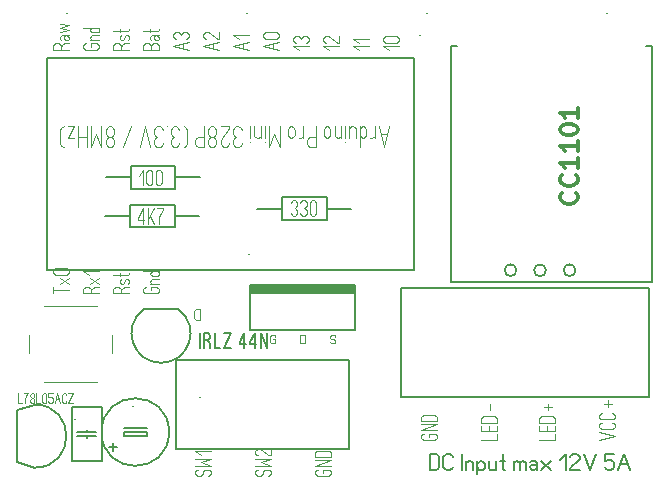
<source format=gbr>
%FSLAX34Y34*%
%MOMM*%
%LNSILK_TOP*%
G71*
G01*
%ADD10C, 0.144*%
%ADD11C, 0.093*%
%ADD12C, 0.062*%
%ADD13C, 0.150*%
%ADD14C, 0.120*%
%ADD15C, 0.200*%
%ADD16C, 0.124*%
%ADD17C, 0.167*%
%ADD18C, 0.100*%
%ADD19C, 0.090*%
%ADD20C, 0.300*%
%LPD*%
G54D10*
X50822Y999164D02*
X50822Y999164D01*
G54D10*
X203222Y999164D02*
X203222Y999164D01*
G54D10*
X355622Y999164D02*
X355622Y999164D01*
G54D10*
X508022Y999164D02*
X508022Y999164D01*
G54D11*
X122252Y764095D02*
X122252Y766762D01*
X126419Y766762D01*
X128086Y766095D01*
X128919Y764762D01*
X128919Y763429D01*
X128086Y762095D01*
X126419Y761429D01*
X118086Y761429D01*
X116419Y762095D01*
X115586Y763429D01*
X115586Y764762D01*
X116419Y766095D01*
X118086Y766762D01*
G54D11*
X128919Y769429D02*
X121419Y769429D01*
G54D11*
X123086Y769429D02*
X121919Y770095D01*
X121419Y771429D01*
X121919Y772762D01*
X123086Y773429D01*
X128919Y773429D01*
G54D11*
X128919Y780096D02*
X115586Y780096D01*
G54D11*
X123586Y780096D02*
X121919Y779429D01*
X121419Y778096D01*
X121919Y776762D01*
X123586Y776096D01*
X126919Y776096D01*
X128586Y776762D01*
X128919Y778096D01*
X128586Y779429D01*
X126919Y780096D01*
G54D11*
X96852Y764095D02*
X98519Y766095D01*
X100186Y766762D01*
X103519Y766762D01*
G54D11*
X103519Y761429D02*
X90186Y761429D01*
X90186Y764762D01*
X91019Y766095D01*
X92686Y766762D01*
X94352Y766762D01*
X96019Y766095D01*
X96852Y764762D01*
X96852Y761429D01*
G54D11*
X102686Y769429D02*
X103519Y770762D01*
X103519Y772095D01*
X102686Y773429D01*
X101019Y773429D01*
X100186Y772762D01*
X99352Y770095D01*
X98519Y769429D01*
X96852Y769429D01*
X96019Y770762D01*
X96019Y772095D01*
X96852Y773429D01*
G54D11*
X90186Y777429D02*
X102686Y777429D01*
X103519Y778096D01*
X103186Y778762D01*
G54D11*
X96019Y776096D02*
X96019Y778762D01*
G54D11*
X71452Y764095D02*
X73119Y766095D01*
X74786Y766762D01*
X78119Y766762D01*
G54D11*
X78119Y761429D02*
X64786Y761429D01*
X64786Y764762D01*
X65619Y766095D01*
X67286Y766762D01*
X68952Y766762D01*
X70619Y766095D01*
X71452Y764762D01*
X71452Y761429D01*
G54D11*
X70619Y769429D02*
X78119Y774762D01*
G54D11*
X78119Y769429D02*
X70619Y774762D01*
G54D11*
X69786Y777429D02*
X64786Y780762D01*
X78119Y780762D01*
G54D11*
X52719Y764095D02*
X39386Y764095D01*
G54D11*
X39386Y761429D02*
X39386Y766762D01*
G54D11*
X45219Y769429D02*
X52719Y774762D01*
G54D11*
X52719Y769429D02*
X45219Y774762D01*
G54D11*
X41886Y782762D02*
X50219Y782762D01*
X51886Y782095D01*
X52719Y780762D01*
X52719Y779429D01*
X51886Y778095D01*
X50219Y777429D01*
X41886Y777429D01*
X40219Y778095D01*
X39386Y779429D01*
X39386Y780762D01*
X40219Y782095D01*
X41886Y782762D01*
G54D11*
X323786Y967804D02*
X318786Y971137D01*
X332119Y971137D01*
G54D11*
X321286Y979137D02*
X329619Y979137D01*
X331286Y978470D01*
X332119Y977137D01*
X332119Y975804D01*
X331286Y974470D01*
X329619Y973804D01*
X321286Y973804D01*
X319619Y974470D01*
X318786Y975804D01*
X318786Y977137D01*
X319619Y978470D01*
X321286Y979137D01*
G54D11*
X298386Y967804D02*
X293386Y971137D01*
X306719Y971137D01*
G54D11*
X298386Y973804D02*
X293386Y977137D01*
X306719Y977137D01*
G54D11*
X272986Y967804D02*
X267986Y971137D01*
X281319Y971137D01*
G54D11*
X281319Y979137D02*
X281319Y973804D01*
X280486Y973804D01*
X278819Y974470D01*
X273819Y978470D01*
X272152Y979137D01*
X270486Y979137D01*
X268819Y978470D01*
X267986Y977137D01*
X267986Y975804D01*
X268819Y974470D01*
X270486Y973804D01*
G54D11*
X247586Y967804D02*
X242586Y971137D01*
X255919Y971137D01*
G54D11*
X245086Y973804D02*
X243419Y974470D01*
X242586Y975804D01*
X242586Y977137D01*
X243419Y978470D01*
X245086Y979137D01*
X246752Y979137D01*
X248419Y978470D01*
X249252Y977137D01*
X250086Y978470D01*
X251752Y979137D01*
X253419Y979137D01*
X255086Y978470D01*
X255919Y977137D01*
X255919Y975804D01*
X255086Y974470D01*
X253419Y973804D01*
G54D11*
X230519Y967804D02*
X217186Y971137D01*
X230519Y974470D01*
G54D11*
X225519Y969137D02*
X225519Y973137D01*
G54D11*
X219686Y982471D02*
X228019Y982471D01*
X229686Y981804D01*
X230519Y980471D01*
X230519Y979138D01*
X229686Y977804D01*
X228019Y977138D01*
X219686Y977138D01*
X218019Y977804D01*
X217186Y979138D01*
X217186Y980471D01*
X218019Y981804D01*
X219686Y982471D01*
G54D11*
X205119Y967804D02*
X191786Y971137D01*
X205119Y974470D01*
G54D11*
X200119Y969137D02*
X200119Y973137D01*
G54D11*
X196786Y977138D02*
X191786Y980471D01*
X205119Y980471D01*
G54D11*
X179719Y967804D02*
X166386Y971137D01*
X179719Y974470D01*
G54D11*
X174719Y969137D02*
X174719Y973137D01*
G54D11*
X179719Y982471D02*
X179719Y977138D01*
X178886Y977138D01*
X177219Y977804D01*
X172219Y981804D01*
X170552Y982471D01*
X168886Y982471D01*
X167219Y981804D01*
X166386Y980471D01*
X166386Y979138D01*
X167219Y977804D01*
X168886Y977138D01*
G54D11*
X154319Y967804D02*
X140986Y971137D01*
X154319Y974470D01*
G54D11*
X149319Y969137D02*
X149319Y973137D01*
G54D11*
X143486Y977138D02*
X141819Y977804D01*
X140986Y979138D01*
X140986Y980471D01*
X141819Y981804D01*
X143486Y982471D01*
X145152Y982471D01*
X146819Y981804D01*
X147652Y980471D01*
X148486Y981804D01*
X150152Y982471D01*
X151819Y982471D01*
X153486Y981804D01*
X154319Y980471D01*
X154319Y979138D01*
X153486Y977804D01*
X151819Y977138D01*
G54D11*
X128919Y967804D02*
X115586Y967804D01*
X115586Y971137D01*
X116419Y972470D01*
X118086Y973137D01*
X119752Y973137D01*
X121419Y972470D01*
X122252Y971137D01*
X123086Y972470D01*
X124752Y973137D01*
X126419Y973137D01*
X128086Y972470D01*
X128919Y971137D01*
X128919Y967804D01*
G54D11*
X122252Y967804D02*
X122252Y971137D01*
G54D11*
X122252Y975804D02*
X121419Y977137D01*
X121419Y978737D01*
X123086Y979804D01*
X128919Y979804D01*
G54D11*
X126419Y979804D02*
X124752Y979137D01*
X124419Y977804D01*
X124752Y976470D01*
X126419Y975804D01*
X128086Y976070D01*
X128919Y977137D01*
X128919Y977804D01*
X128919Y978070D01*
X128086Y979137D01*
X126419Y979804D01*
G54D11*
X115586Y983804D02*
X128086Y983804D01*
X128919Y984471D01*
X128586Y985137D01*
G54D11*
X121419Y982471D02*
X121419Y985137D01*
G54D11*
X96852Y970470D02*
X98519Y972470D01*
X100186Y973137D01*
X103519Y973137D01*
G54D11*
X103519Y967804D02*
X90186Y967804D01*
X90186Y971137D01*
X91019Y972470D01*
X92686Y973137D01*
X94352Y973137D01*
X96019Y972470D01*
X96852Y971137D01*
X96852Y967804D01*
G54D11*
X102686Y975804D02*
X103519Y977137D01*
X103519Y978470D01*
X102686Y979804D01*
X101019Y979804D01*
X100186Y979137D01*
X99352Y976470D01*
X98519Y975804D01*
X96852Y975804D01*
X96019Y977137D01*
X96019Y978470D01*
X96852Y979804D01*
G54D11*
X90186Y983804D02*
X102686Y983804D01*
X103519Y984471D01*
X103186Y985137D01*
G54D11*
X96019Y982471D02*
X96019Y985137D01*
G54D11*
X71452Y970470D02*
X71452Y973137D01*
X75619Y973137D01*
X77286Y972470D01*
X78119Y971137D01*
X78119Y969804D01*
X77286Y968470D01*
X75619Y967804D01*
X67286Y967804D01*
X65619Y968470D01*
X64786Y969804D01*
X64786Y971137D01*
X65619Y972470D01*
X67286Y973137D01*
G54D11*
X78119Y975804D02*
X70619Y975804D01*
G54D11*
X72286Y975804D02*
X71119Y976470D01*
X70619Y977804D01*
X71119Y979137D01*
X72286Y979804D01*
X78119Y979804D01*
G54D11*
X78119Y986471D02*
X64786Y986471D01*
G54D11*
X72786Y986471D02*
X71119Y985804D01*
X70619Y984471D01*
X71119Y983137D01*
X72786Y982471D01*
X76119Y982471D01*
X77786Y983137D01*
X78119Y984471D01*
X77786Y985804D01*
X76119Y986471D01*
G54D11*
X46052Y970470D02*
X47719Y972470D01*
X49386Y973137D01*
X52719Y973137D01*
G54D11*
X52719Y967804D02*
X39386Y967804D01*
X39386Y971137D01*
X40219Y972470D01*
X41886Y973137D01*
X43552Y973137D01*
X45219Y972470D01*
X46052Y971137D01*
X46052Y967804D01*
G54D11*
X46052Y975804D02*
X45219Y977137D01*
X45219Y978737D01*
X46886Y979804D01*
X52719Y979804D01*
G54D11*
X50219Y979804D02*
X48552Y979137D01*
X48219Y977804D01*
X48552Y976470D01*
X50219Y975804D01*
X51886Y976070D01*
X52719Y977137D01*
X52719Y977804D01*
X52719Y978070D01*
X51886Y979137D01*
X50219Y979804D01*
G54D11*
X45219Y982471D02*
X52719Y984471D01*
X45219Y986471D01*
X52719Y988471D01*
X45219Y989804D01*
G54D12*
X163780Y747840D02*
X163780Y738951D01*
X160446Y738951D01*
X159113Y739506D01*
X158447Y740617D01*
X158447Y746173D01*
X159113Y747284D01*
X160446Y747840D01*
X163780Y747840D01*
G54D13*
X232812Y823706D02*
X232812Y842706D01*
X270812Y842706D01*
X270812Y823706D01*
X232812Y823706D01*
G54D13*
X232712Y833205D02*
X212112Y833206D01*
G54D13*
X291512Y833206D02*
X270912Y833206D01*
G54D13*
G75*
G01X115874Y747925D02*
G03X145263Y747925I14694J-20225D01*
G01*
G54D13*
X144868Y747900D02*
X116268Y747900D01*
G54D14*
X31432Y686119D02*
X76432Y686119D01*
G54D14*
X18932Y726119D02*
X18932Y711119D01*
G54D14*
X76432Y751119D02*
X31432Y751119D01*
G54D14*
X88932Y711119D02*
X88932Y726119D01*
G54D15*
X344566Y781370D02*
X344566Y961154D01*
X33813Y961154D01*
X33813Y781370D01*
X344566Y781370D01*
G54D16*
X323818Y902821D02*
X319373Y885044D01*
X314929Y902821D01*
G54D16*
X322040Y896155D02*
X316707Y896155D01*
G54D16*
X311373Y902821D02*
X311373Y892821D01*
G54D16*
X311373Y895044D02*
X309595Y892821D01*
X307817Y892821D01*
G54D16*
X298927Y902821D02*
X298927Y885044D01*
G54D16*
X298927Y895710D02*
X299816Y893488D01*
X301594Y892821D01*
X303372Y893488D01*
X304261Y895710D01*
X304261Y900155D01*
X303372Y902377D01*
X301594Y902821D01*
X299816Y902377D01*
X298927Y900155D01*
G54D16*
X290038Y892821D02*
X290038Y902821D01*
G54D16*
X290038Y900599D02*
X290927Y902377D01*
X292705Y902821D01*
X294483Y902377D01*
X295372Y900599D01*
X295372Y892821D01*
G54D16*
X286483Y902821D02*
X286483Y892821D01*
G54D16*
X286483Y889488D02*
X286483Y889488D01*
G54D16*
X282927Y902821D02*
X282927Y892821D01*
G54D16*
X282927Y895044D02*
X282038Y893488D01*
X280260Y892821D01*
X278482Y893488D01*
X277593Y895044D01*
X277593Y902821D01*
G54D16*
X268704Y900155D02*
X268704Y895710D01*
X269593Y893488D01*
X271371Y892821D01*
X273149Y893488D01*
X274038Y895710D01*
X274038Y900155D01*
X273149Y902377D01*
X271371Y902821D01*
X269593Y902377D01*
X268704Y900155D01*
G54D16*
X261415Y902821D02*
X261415Y885044D01*
X256970Y885044D01*
X255193Y886155D01*
X254304Y888377D01*
X254304Y890599D01*
X255193Y892821D01*
X256970Y893932D01*
X261415Y893932D01*
G54D16*
X250748Y902821D02*
X250748Y892821D01*
G54D16*
X250748Y895044D02*
X248970Y892821D01*
X247192Y892821D01*
G54D16*
X238302Y900155D02*
X238302Y895710D01*
X239191Y893488D01*
X240969Y892821D01*
X242747Y893488D01*
X243636Y895710D01*
X243636Y900155D01*
X242747Y902377D01*
X240969Y902821D01*
X239191Y902377D01*
X238302Y900155D01*
G54D16*
X231013Y902821D02*
X231013Y885044D01*
X226568Y896155D01*
X222124Y885044D01*
X222124Y902821D01*
G54D16*
X218568Y902821D02*
X218568Y892821D01*
G54D16*
X218568Y889488D02*
X218568Y889488D01*
G54D16*
X215012Y902821D02*
X215012Y892821D01*
G54D16*
X215012Y895044D02*
X214123Y893488D01*
X212345Y892821D01*
X210567Y893488D01*
X209678Y895044D01*
X209678Y902821D01*
G54D16*
X206123Y902821D02*
X206123Y892821D01*
G54D16*
X206123Y889488D02*
X206123Y889488D01*
G54D16*
X198833Y888377D02*
X197944Y886155D01*
X196166Y885044D01*
X194388Y885044D01*
X192611Y886155D01*
X191722Y888377D01*
X191722Y890599D01*
X192611Y892821D01*
X194388Y893932D01*
X192611Y895044D01*
X191722Y897266D01*
X191722Y899488D01*
X192611Y901710D01*
X194388Y902821D01*
X196166Y902821D01*
X197944Y901710D01*
X198833Y899488D01*
G54D16*
X181055Y902821D02*
X188166Y902821D01*
X188166Y901710D01*
X187277Y899488D01*
X181944Y892821D01*
X181055Y890599D01*
X181055Y888377D01*
X181944Y886155D01*
X183721Y885044D01*
X185499Y885044D01*
X187277Y886155D01*
X188166Y888377D01*
G54D16*
X173054Y893932D02*
X174832Y893933D01*
X176610Y892821D01*
X177499Y890599D01*
X177499Y888377D01*
X176610Y886155D01*
X174832Y885044D01*
X173054Y885044D01*
X171277Y886155D01*
X170388Y888377D01*
X170388Y890599D01*
X171276Y892821D01*
X173054Y893932D01*
X171276Y895044D01*
X170388Y897266D01*
X170388Y899488D01*
X171276Y901710D01*
X173054Y902821D01*
X174832Y902821D01*
X176610Y901710D01*
X177499Y899488D01*
X177499Y897266D01*
X176610Y895044D01*
X174832Y893933D01*
G54D16*
X166832Y902821D02*
X166832Y885044D01*
X162387Y885044D01*
X160610Y886155D01*
X159721Y888377D01*
X159721Y890599D01*
X160610Y892821D01*
X162387Y893932D01*
X166832Y893932D01*
G54D16*
X149764Y885044D02*
X151542Y886155D01*
X152431Y888377D01*
X152431Y899488D01*
X151542Y901710D01*
X149764Y902821D01*
G54D16*
X146208Y888377D02*
X145319Y886155D01*
X143541Y885044D01*
X141763Y885044D01*
X139986Y886155D01*
X139097Y888377D01*
X139097Y890599D01*
X139986Y892821D01*
X141763Y893932D01*
X139986Y895044D01*
X139097Y897266D01*
X139097Y899488D01*
X139986Y901710D01*
X141763Y902821D01*
X143541Y902821D01*
X145319Y901710D01*
X146208Y899488D01*
G54D16*
X135541Y902821D02*
X135541Y902821D01*
G54D16*
X131985Y888377D02*
X131096Y886155D01*
X129318Y885044D01*
X127540Y885044D01*
X125762Y886155D01*
X124874Y888377D01*
X124874Y890599D01*
X125763Y892821D01*
X127540Y893932D01*
X125762Y895044D01*
X124874Y897266D01*
X124874Y899488D01*
X125763Y901710D01*
X127540Y902821D01*
X129318Y902821D01*
X131096Y901710D01*
X131985Y899488D01*
G54D16*
X121318Y885044D02*
X116873Y902821D01*
X112429Y885044D01*
G54D16*
X105139Y902821D02*
X98028Y885044D01*
G54D16*
X86293Y893932D02*
X88071Y893932D01*
X89849Y892821D01*
X90738Y890599D01*
X90738Y888377D01*
X89849Y886155D01*
X88071Y885044D01*
X86293Y885044D01*
X84516Y886155D01*
X83627Y888377D01*
X83627Y890599D01*
X84516Y892821D01*
X86293Y893932D01*
X84516Y895044D01*
X83627Y897266D01*
X83627Y899488D01*
X84516Y901710D01*
X86293Y902821D01*
X88071Y902821D01*
X89849Y901710D01*
X90738Y899488D01*
X90738Y897266D01*
X89849Y895044D01*
X88071Y893932D01*
G54D16*
X80071Y902821D02*
X80071Y885044D01*
X75626Y896155D01*
X71182Y885044D01*
X71182Y902821D01*
G54D16*
X67626Y902821D02*
X67626Y885044D01*
G54D16*
X60515Y902821D02*
X60515Y885044D01*
G54D16*
X67626Y893933D02*
X60515Y893932D01*
G54D16*
X56959Y892821D02*
X51626Y892821D01*
X56959Y902821D01*
X51626Y902821D01*
G54D16*
X48070Y885044D02*
X46292Y886155D01*
X45403Y888377D01*
X45403Y899488D01*
X46292Y901710D01*
X48070Y902821D01*
G54D15*
X334169Y673894D02*
X334169Y765969D01*
X543719Y765969D01*
X543719Y673894D01*
X334169Y673894D01*
G54D11*
X401798Y637382D02*
X415132Y637382D01*
X415132Y642048D01*
G54D11*
X415132Y649382D02*
X415132Y644716D01*
X401798Y644716D01*
X401798Y649382D01*
G54D11*
X408465Y644716D02*
X408465Y649382D01*
G54D11*
X415132Y652050D02*
X401798Y652050D01*
X401798Y655383D01*
X402632Y656716D01*
X404298Y657383D01*
X412632Y657383D01*
X414298Y656716D01*
X415132Y655383D01*
X415132Y652050D01*
G54D11*
X409298Y662850D02*
X409298Y668183D01*
G54D11*
X357665Y640048D02*
X357665Y642715D01*
X361832Y642715D01*
X363498Y642048D01*
X364332Y640715D01*
X364332Y639382D01*
X363498Y638048D01*
X361832Y637382D01*
X353498Y637382D01*
X351832Y638048D01*
X350998Y639382D01*
X350998Y640715D01*
X351832Y642048D01*
X353498Y642715D01*
G54D11*
X364332Y645382D02*
X350998Y645382D01*
X364332Y650715D01*
X350998Y650715D01*
G54D11*
X364332Y653382D02*
X350998Y653382D01*
X350998Y656715D01*
X351832Y658048D01*
X353498Y658715D01*
X361832Y658715D01*
X363498Y658048D01*
X364332Y656715D01*
X364332Y653382D01*
G54D11*
X451011Y637382D02*
X464344Y637382D01*
X464344Y642048D01*
G54D11*
X464344Y649382D02*
X464344Y644716D01*
X451011Y644716D01*
X451011Y649382D01*
G54D11*
X457678Y644716D02*
X457678Y649382D01*
G54D11*
X464344Y652050D02*
X451011Y652050D01*
X451011Y655383D01*
X451844Y656716D01*
X453511Y657383D01*
X461844Y657383D01*
X463511Y656716D01*
X464344Y655383D01*
X464344Y652050D01*
G54D11*
X458511Y662850D02*
X458511Y668183D01*
G54D11*
X455178Y665516D02*
X461844Y665516D01*
G54D11*
X501811Y637382D02*
X515144Y640715D01*
X501811Y644049D01*
G54D11*
X512644Y652049D02*
X514311Y651383D01*
X515144Y650049D01*
X515144Y648716D01*
X514311Y647383D01*
X512644Y646716D01*
X504311Y646716D01*
X502644Y647383D01*
X501811Y648716D01*
X501811Y650049D01*
X502644Y651383D01*
X504311Y652049D01*
G54D11*
X512644Y660049D02*
X514311Y659383D01*
X515144Y658049D01*
X515144Y656716D01*
X514311Y655383D01*
X512644Y654716D01*
X504311Y654716D01*
X502644Y655383D01*
X501811Y656716D01*
X501811Y658049D01*
X502644Y659383D01*
X504311Y660049D01*
G54D11*
X509311Y665516D02*
X509311Y670849D01*
G54D11*
X505978Y668183D02*
X512644Y668183D01*
G54D17*
X357982Y611982D02*
X357982Y625315D01*
X362982Y625315D01*
X364982Y624482D01*
X365982Y622815D01*
X365982Y614482D01*
X364982Y612815D01*
X362982Y611982D01*
X357982Y611982D01*
G54D17*
X377649Y614482D02*
X376649Y612815D01*
X374649Y611982D01*
X372649Y611982D01*
X370649Y612815D01*
X369649Y614482D01*
X369649Y622815D01*
X370649Y624482D01*
X372649Y625315D01*
X374649Y625315D01*
X376649Y624482D01*
X377649Y622815D01*
G54D17*
X385183Y611982D02*
X385183Y625315D01*
G54D17*
X388850Y611982D02*
X388850Y619482D01*
G54D17*
X388850Y617815D02*
X389850Y618982D01*
X391850Y619482D01*
X393850Y618982D01*
X394850Y617815D01*
X394850Y611982D01*
G54D17*
X398517Y619482D02*
X398517Y608648D01*
G54D17*
X398517Y614482D02*
X399517Y612315D01*
X401517Y611982D01*
X403517Y612315D01*
X404517Y613982D01*
X404517Y617315D01*
X403517Y618982D01*
X401517Y619482D01*
X399517Y618982D01*
X398517Y616982D01*
G54D17*
X414184Y619482D02*
X414184Y611982D01*
G54D17*
X414184Y613648D02*
X413184Y612315D01*
X411184Y611982D01*
X409184Y612315D01*
X408184Y613648D01*
X408184Y619482D01*
G54D17*
X419851Y625315D02*
X419851Y612815D01*
X420851Y611982D01*
X421851Y612315D01*
G54D17*
X417851Y619482D02*
X421851Y619482D01*
G54D17*
X429385Y611982D02*
X429385Y619482D01*
G54D17*
X429385Y618148D02*
X431385Y619482D01*
X433385Y618982D01*
X434385Y617815D01*
X434385Y611982D01*
G54D17*
X434385Y618148D02*
X436385Y619482D01*
X438385Y618982D01*
X439385Y617815D01*
X439385Y611982D01*
G54D17*
X443052Y618648D02*
X445052Y619482D01*
X447452Y619482D01*
X449052Y617815D01*
X449052Y611982D01*
G54D17*
X449052Y614482D02*
X448052Y616148D01*
X446052Y616482D01*
X444052Y616148D01*
X443052Y614482D01*
X443452Y612815D01*
X445052Y611982D01*
X446052Y611982D01*
X446452Y611982D01*
X448052Y612815D01*
X449052Y614482D01*
G54D17*
X452719Y619482D02*
X460719Y611982D01*
G54D17*
X452719Y611982D02*
X460719Y619482D01*
G54D17*
X468253Y620315D02*
X473253Y625315D01*
X473253Y611982D01*
G54D17*
X484920Y611982D02*
X476920Y611982D01*
X476920Y612815D01*
X477920Y614482D01*
X483920Y619482D01*
X484920Y621148D01*
X484920Y622815D01*
X483920Y624482D01*
X481920Y625315D01*
X479920Y625315D01*
X477920Y624482D01*
X476920Y622815D01*
G54D17*
X488587Y625315D02*
X493587Y611982D01*
X498587Y625315D01*
G54D17*
X514121Y625315D02*
X506121Y625315D01*
X506121Y619482D01*
X507121Y619482D01*
X509121Y620315D01*
X511121Y620315D01*
X513121Y619482D01*
X514121Y617815D01*
X514121Y614482D01*
X513121Y612815D01*
X511121Y611982D01*
X509121Y611982D01*
X507121Y612815D01*
X506121Y614482D01*
G54D17*
X517788Y611982D02*
X522788Y625315D01*
X527788Y611982D01*
G54D17*
X519788Y616982D02*
X525788Y616982D01*
G36*
X205531Y762025D02*
X294331Y762025D01*
X294331Y768425D01*
X205531Y768425D01*
X205531Y762025D01*
G37*
G54D18*
X205531Y762025D02*
X294331Y762025D01*
X294331Y768425D01*
X205531Y768425D01*
X205531Y762025D01*
G54D13*
X205531Y768425D02*
X205531Y730425D01*
X294531Y730425D01*
X294531Y768425D01*
X205531Y768425D01*
G54D19*
X225131Y722725D02*
X227331Y722725D01*
X227331Y720425D01*
X226731Y719525D01*
X225731Y719125D01*
X224631Y719125D01*
X223531Y719525D01*
X223031Y720425D01*
X223031Y724925D01*
X223531Y725825D01*
X224631Y726225D01*
X225731Y726225D01*
X226731Y725825D01*
X227331Y724925D01*
G54D19*
X248431Y719125D02*
X248431Y726225D01*
X251131Y726225D01*
X252131Y725825D01*
X252731Y724925D01*
X252731Y720425D01*
X252131Y719525D01*
X251131Y719125D01*
X248431Y719125D01*
G54D19*
X273831Y720425D02*
X274331Y719525D01*
X275431Y719125D01*
X276531Y719125D01*
X277531Y719525D01*
X278131Y720425D01*
X278131Y721325D01*
X277531Y722225D01*
X276531Y722725D01*
X275431Y722725D01*
X274331Y723125D01*
X273831Y724025D01*
X273831Y724925D01*
X274331Y725825D01*
X275431Y726225D01*
X276531Y726225D01*
X277531Y725825D01*
X278131Y724925D01*
G54D10*
X204781Y795175D02*
X204781Y795175D01*
G54D17*
X163252Y714931D02*
X163252Y728265D01*
G54D17*
X169586Y721598D02*
X171586Y719931D01*
X172253Y718265D01*
X172253Y714931D01*
G54D17*
X166920Y714931D02*
X166920Y728265D01*
X170253Y728265D01*
X171586Y727431D01*
X172253Y725765D01*
X172253Y724098D01*
X171586Y722431D01*
X170253Y721598D01*
X166920Y721598D01*
G54D17*
X175920Y728265D02*
X175920Y714931D01*
X180586Y714931D01*
G54D17*
X184254Y728265D02*
X189587Y728265D01*
X184254Y714931D01*
X189587Y714931D01*
G54D17*
X201054Y714931D02*
X201054Y728265D01*
X197054Y719931D01*
X197054Y718265D01*
X202387Y718265D01*
G54D17*
X210054Y714931D02*
X210054Y728265D01*
X206054Y719931D01*
X206054Y718265D01*
X211387Y718265D01*
G54D17*
X215054Y714931D02*
X215054Y728265D01*
X220387Y714931D01*
X220387Y728265D01*
G54D13*
X104032Y817588D02*
X104032Y836588D01*
X142032Y836588D01*
X142032Y817588D01*
X104032Y817588D01*
G54D13*
X103932Y827088D02*
X83332Y827088D01*
G54D13*
X162732Y827088D02*
X142132Y827088D01*
G54D11*
X115222Y820317D02*
X115222Y833650D01*
X111222Y825317D01*
X111222Y823650D01*
X116555Y823650D01*
G54D11*
X119222Y820317D02*
X119222Y833650D01*
G54D11*
X119222Y824484D02*
X124555Y833650D01*
G54D11*
X121222Y826984D02*
X124555Y820317D01*
G54D11*
X127222Y833650D02*
X132555Y833650D01*
X131888Y831984D01*
X130555Y829484D01*
X129222Y826150D01*
X128555Y823650D01*
X128555Y820317D01*
G54D13*
X104825Y850132D02*
X104825Y869132D01*
X142825Y869132D01*
X142825Y850132D01*
X104825Y850132D01*
G54D13*
X104725Y859632D02*
X84125Y859632D01*
G54D13*
X163525Y859632D02*
X142925Y859632D01*
G54D11*
X112016Y861194D02*
X115349Y866194D01*
X115349Y852861D01*
G54D11*
X123349Y863694D02*
X123349Y855361D01*
X122682Y853694D01*
X121349Y852861D01*
X120016Y852861D01*
X118682Y853694D01*
X118016Y855361D01*
X118016Y863694D01*
X118682Y865361D01*
X120016Y866194D01*
X121349Y866194D01*
X122682Y865361D01*
X123349Y863694D01*
G54D11*
X131349Y863694D02*
X131349Y855361D01*
X130682Y853694D01*
X129349Y852861D01*
X128016Y852861D01*
X126682Y853694D01*
X126016Y855361D01*
X126016Y863694D01*
X126682Y865361D01*
X128016Y866194D01*
X129349Y866194D01*
X130682Y865361D01*
X131349Y863694D01*
G54D13*
X541492Y971033D02*
X546492Y971033D01*
X546492Y771033D01*
X376492Y771033D01*
X376492Y971033D01*
X381492Y971033D01*
G54D20*
X481999Y846655D02*
X482713Y845940D01*
X483427Y843798D01*
X483427Y842369D01*
X482713Y840226D01*
X481284Y838798D01*
X479856Y838083D01*
X476999Y837369D01*
X474856Y837369D01*
X471999Y838083D01*
X470570Y838798D01*
X469142Y840226D01*
X468427Y842369D01*
X468427Y843798D01*
X469142Y845940D01*
X469856Y846655D01*
G54D20*
X481999Y861655D02*
X482713Y860940D01*
X483427Y858798D01*
X483427Y857369D01*
X482713Y855226D01*
X481284Y853798D01*
X479856Y853083D01*
X476999Y852369D01*
X474856Y852369D01*
X471999Y853083D01*
X470570Y853798D01*
X469142Y855226D01*
X468427Y857369D01*
X468427Y858798D01*
X469142Y860940D01*
X469856Y861655D01*
G54D20*
X483427Y875940D02*
X483427Y867369D01*
G54D20*
X483427Y871655D02*
X468428Y871655D01*
X470570Y870226D01*
X471999Y868798D01*
X472713Y867369D01*
G54D20*
X483427Y890226D02*
X483427Y881655D01*
G54D20*
X483428Y885941D02*
X468427Y885941D01*
X470570Y884512D01*
X471999Y883083D01*
X472713Y881655D01*
G54D20*
X469142Y898083D02*
X468428Y899512D01*
X468427Y900941D01*
X469142Y902369D01*
X469856Y903083D01*
X471285Y903798D01*
X474142Y904512D01*
X477713Y904512D01*
X480570Y903797D01*
X481999Y903083D01*
X482713Y902369D01*
X483427Y900941D01*
X483427Y899512D01*
X482713Y898083D01*
X481999Y897369D01*
X480570Y896655D01*
X477713Y895941D01*
X474142Y895941D01*
X471284Y896655D01*
X469856Y897369D01*
X469142Y898083D01*
G54D20*
X483427Y918798D02*
X483427Y910226D01*
G54D20*
X483427Y914512D02*
X468427Y914512D01*
X470570Y913083D01*
X471999Y911655D01*
X472713Y910226D01*
G54D13*
X541492Y971033D02*
X546492Y971033D01*
X546492Y771033D01*
X376492Y771033D01*
X376492Y971033D01*
X381492Y971033D01*
G54D13*
G75*
G01X431492Y781033D02*
G03X431492Y781033I-5000J0D01*
G01*
G54D13*
G75*
G01X481492Y781033D02*
G03X481492Y781033I-5000J0D01*
G01*
G54D13*
G75*
G01X456492Y781033D02*
G03X456492Y781033I-5000J0D01*
G01*
G54D10*
X349741Y980034D02*
X349741Y980034D01*
G54D11*
X240506Y837921D02*
X241173Y839588D01*
X242506Y840421D01*
X243840Y840421D01*
X245173Y839588D01*
X245840Y837921D01*
X245840Y836254D01*
X245173Y834588D01*
X243840Y833754D01*
X245173Y832921D01*
X245840Y831254D01*
X245840Y829588D01*
X245173Y827921D01*
X243840Y827088D01*
X242506Y827088D01*
X241173Y827921D01*
X240506Y829588D01*
G54D11*
X248506Y837921D02*
X249173Y839588D01*
X250506Y840421D01*
X251840Y840421D01*
X253173Y839588D01*
X253840Y837921D01*
X253840Y836254D01*
X253173Y834588D01*
X251840Y833754D01*
X253173Y832921D01*
X253840Y831254D01*
X253840Y829588D01*
X253173Y827921D01*
X251840Y827088D01*
X250506Y827088D01*
X249173Y827921D01*
X248506Y829588D01*
G54D11*
X261840Y837921D02*
X261840Y829588D01*
X261173Y827921D01*
X259840Y827088D01*
X258506Y827088D01*
X257173Y827921D01*
X256506Y829588D01*
X256506Y837921D01*
X257173Y839588D01*
X258506Y840421D01*
X259840Y840421D01*
X261173Y839588D01*
X261840Y837921D01*
G54D13*
X118315Y644054D02*
X118315Y640854D01*
X99315Y640854D01*
X99315Y644054D01*
X118315Y644054D01*
G54D13*
G75*
G01X137414Y644054D02*
G03X137414Y644054I-28599J0D01*
G01*
G54D13*
X92915Y631354D02*
X86615Y631354D01*
G54D13*
X89715Y634554D02*
X89715Y628154D01*
G54D13*
X118315Y647254D02*
X99315Y647254D01*
G54D10*
X164004Y673404D02*
X164004Y673404D01*
G54D13*
X80425Y665434D02*
X55025Y665434D01*
X55025Y619234D01*
X80425Y619234D01*
X80425Y665434D01*
G54D13*
X75725Y643934D02*
X59725Y643934D01*
G54D13*
X75725Y640734D02*
X59725Y640734D01*
G54D13*
X67725Y643934D02*
X67725Y645534D01*
G54D13*
X67725Y640734D02*
X67725Y639134D01*
G54D10*
X107175Y666183D02*
X107175Y666183D01*
G54D12*
X9525Y677226D02*
X9525Y668338D01*
X12636Y668338D01*
G54D12*
X14414Y677226D02*
X17970Y677226D01*
X17525Y676115D01*
X16636Y674449D01*
X15747Y672226D01*
X15303Y670560D01*
X15303Y668338D01*
G54D12*
X21970Y672782D02*
X21081Y672782D01*
X20192Y673338D01*
X19748Y674449D01*
X19748Y675560D01*
X20192Y676671D01*
X21081Y677226D01*
X21970Y677226D01*
X22859Y676671D01*
X23304Y675560D01*
X23304Y674449D01*
X22859Y673338D01*
X21970Y672782D01*
X22859Y672226D01*
X23304Y671115D01*
X23304Y670004D01*
X22859Y668893D01*
X21970Y668338D01*
X21081Y668338D01*
X20192Y668893D01*
X19748Y670004D01*
X19748Y671115D01*
X20192Y672226D01*
X21081Y672782D01*
G54D12*
X25082Y677226D02*
X25082Y668338D01*
X28193Y668338D01*
G54D12*
X33527Y675560D02*
X33527Y670004D01*
X33082Y668893D01*
X32193Y668338D01*
X31304Y668338D01*
X30415Y668893D01*
X29971Y670004D01*
X29971Y675560D01*
X30415Y676671D01*
X31304Y677226D01*
X32193Y677226D01*
X33082Y676671D01*
X33527Y675560D01*
G54D12*
X38861Y677226D02*
X35305Y677226D01*
X35305Y673338D01*
X35749Y673338D01*
X36638Y673893D01*
X37527Y673893D01*
X38416Y673338D01*
X38861Y672226D01*
X38861Y670004D01*
X38416Y668893D01*
X37527Y668338D01*
X36638Y668338D01*
X35749Y668893D01*
X35305Y670004D01*
G54D12*
X40639Y668338D02*
X42861Y677226D01*
X45083Y668338D01*
G54D12*
X41528Y671671D02*
X44195Y671671D01*
G54D12*
X50417Y670004D02*
X49972Y668893D01*
X49083Y668338D01*
X48194Y668338D01*
X47305Y668893D01*
X46861Y670004D01*
X46861Y675560D01*
X47305Y676671D01*
X48194Y677226D01*
X49083Y677226D01*
X49972Y676671D01*
X50417Y675560D01*
G54D12*
X52195Y677226D02*
X55751Y677226D01*
X52195Y668338D01*
X55751Y668338D01*
G54D13*
X23699Y667287D02*
X8499Y662387D01*
X8499Y618787D01*
X23699Y613887D01*
G54D13*
G75*
G01X23799Y613937D02*
G03X23799Y667237I0J26650D01*
G01*
G54D10*
X57699Y655001D02*
X57699Y655001D01*
G54D11*
X170294Y606992D02*
X171961Y607659D01*
X172794Y608992D01*
X172794Y610326D01*
X171961Y611659D01*
X170294Y612326D01*
X168627Y612326D01*
X166961Y611659D01*
X166127Y610326D01*
X166127Y608992D01*
X165294Y607659D01*
X163627Y606992D01*
X161961Y606992D01*
X160294Y607659D01*
X159461Y608992D01*
X159461Y610326D01*
X160294Y611659D01*
X161961Y612326D01*
G54D11*
X159461Y614992D02*
X172794Y614992D01*
X164461Y618326D01*
X172794Y621659D01*
X159461Y621659D01*
G54D11*
X164461Y624326D02*
X159461Y627660D01*
X172794Y627660D01*
G54D11*
X221094Y606992D02*
X222761Y607659D01*
X223594Y608992D01*
X223594Y610326D01*
X222761Y611659D01*
X221094Y612326D01*
X219427Y612326D01*
X217761Y611659D01*
X216927Y610326D01*
X216927Y608992D01*
X216094Y607659D01*
X214427Y606992D01*
X212761Y606992D01*
X211094Y607659D01*
X210261Y608992D01*
X210261Y610326D01*
X211094Y611659D01*
X212761Y612326D01*
G54D11*
X210261Y614992D02*
X223594Y614992D01*
X215261Y618326D01*
X223594Y621659D01*
X210261Y621659D01*
G54D11*
X223594Y629660D02*
X223594Y624326D01*
X222761Y624326D01*
X221094Y624993D01*
X216094Y628993D01*
X214427Y629660D01*
X212761Y629660D01*
X211094Y628993D01*
X210261Y627660D01*
X210261Y626326D01*
X211094Y624993D01*
X212761Y624326D01*
G54D11*
X267727Y609659D02*
X267727Y612326D01*
X271894Y612326D01*
X273561Y611659D01*
X274394Y610326D01*
X274394Y608992D01*
X273561Y607659D01*
X271894Y606992D01*
X263561Y606992D01*
X261894Y607659D01*
X261061Y608992D01*
X261061Y610326D01*
X261894Y611659D01*
X263561Y612326D01*
G54D11*
X274394Y614992D02*
X261061Y614992D01*
X274394Y620326D01*
X261061Y620326D01*
G54D11*
X274394Y622992D02*
X261061Y622992D01*
X261061Y626326D01*
X261894Y627659D01*
X263561Y628326D01*
X271894Y628326D01*
X273561Y627659D01*
X274394Y626326D01*
X274394Y622992D01*
G54D15*
X143669Y704850D02*
X289719Y704850D01*
X289719Y629444D01*
X143669Y629444D01*
X143669Y704850D01*
M02*

</source>
